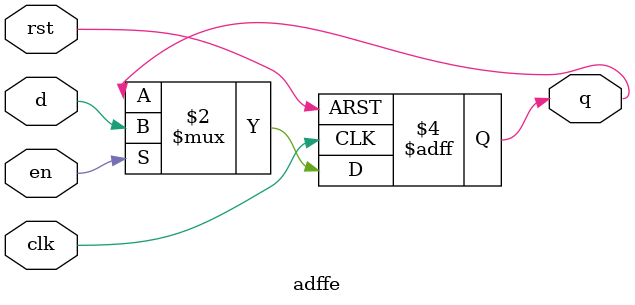
<source format=v>
module adffe( input d, clk, rst, en, output reg q );
	always @( posedge clk, posedge rst )
		if (rst)
			q <= 0;
		else
			if (en)
				q <= d;
endmodule

</source>
